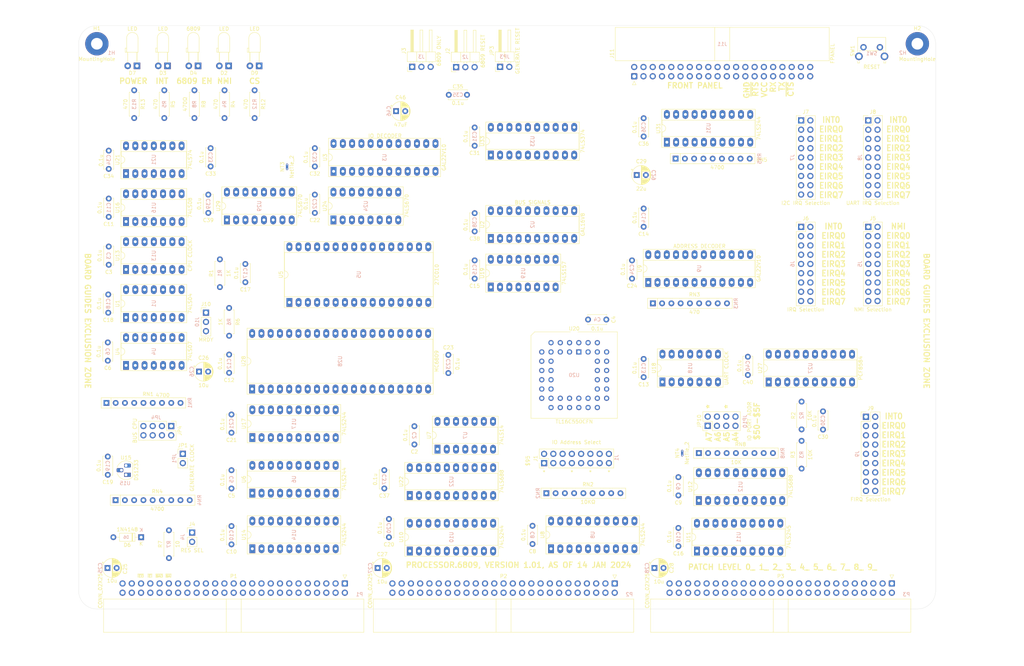
<source format=kicad_pcb>
(kicad_pcb (version 20211014) (generator pcbnew)
  (title_block (title "DUODYNE 6809 PROCESSOR") (date "2023-12-30") (rev "v1.00"))
  (layers (0 "F.Cu" signal) (31 "B.Cu" signal) (34 "B.Paste" user) (35 "F.Paste" user) (36 "B.SilkS" user "B.Silkscreen") (37 "F.SilkS" user "F.Silkscreen") (38 "B.Mask" user) (39 "F.Mask" user) (44 "Edge.Cuts" user))
  (net 0 "")
  (net 1 "GND")
  (net 2 "VCC")
  (net 3 "Net-(D2-Pad1)")
  (net 4 "Net-(D4-Pad2)")
  (net 5 "Net-(D6-Pad2)")
  (net 6 "6809RST")
  (net 7 "6809EN")
  (net 8 "Net-(D2-Pad2)")
  (net 9 "~{6809EN}")
  (net 10 "~{INT0}")
  (net 11 "~{TEND1}")
  (net 12 "~{TEND0}")
  (net 13 "~{DREQ1}")
  (net 14 "~{DREQ0}")
  (net 15 "Net-(D3-Pad1)")
  (net 16 "-12V")
  (net 17 "Net-(D3-Pad2)")
  (net 18 "~{BUSRQ}")
  (net 19 "/bus/CRUCLK")
  (net 20 "~{NMI}")
  (net 21 "CLK")
  (net 22 "~{M1}")
  (net 23 "~{MREQ}")
  (net 24 "~{IORQ}")
  (net 25 "~{WR}")
  (net 26 "~{RD}")
  (net 27 "A0")
  (net 28 "A1")
  (net 29 "A2")
  (net 30 "A3")
  (net 31 "A4")
  (net 32 "A5")
  (net 33 "A6")
  (net 34 "A7")
  (net 35 "A8")
  (net 36 "A9")
  (net 37 "A10")
  (net 38 "A11")
  (net 39 "A12")
  (net 40 "A13")
  (net 41 "A14")
  (net 42 "A15")
  (net 43 "+12V")
  (net 44 "D0")
  (net 45 "D1")
  (net 46 "D2")
  (net 47 "D3")
  (net 48 "D4")
  (net 49 "D5")
  (net 50 "D6")
  (net 51 "D7")
  (net 52 "~{6809ACTIVE}")
  (net 53 "Net-(D7-Pad2)")
  (net 54 "Net-(JP1-Pad1)")
  (net 55 "Net-(D9-Pad2)")
  (net 56 "Net-(JP4-Pad1)")
  (net 57 "ONE")
  (net 58 "ZERO")
  (net 59 "Net-(D9-Pad1)")
  (net 60 "Net-(JP4-Pad3)")
  (net 61 "Net-(JP4-Pad5)")
  (net 62 "Net-(JP4-Pad7)")
  (net 63 "~{CPU-WAIT}")
  (net 64 "Net-(J11-Pad19)")
  (net 65 "Net-(J11-Pad17)")
  (net 66 "Net-(J11-Pad15)")
  (net 67 "~{CPU-IORQ}")
  (net 68 "~{CPU-RESET}")
  (net 69 "CPU-R~{W}")
  (net 70 "CPU-A1")
  (net 71 "CPU-A0")
  (net 72 "/bus/A23")
  (net 73 "~{CPU-M1}")
  (net 74 "~{CPU-WR}")
  (net 75 "~{CPU-RD}")
  (net 76 "~{CPU-MREQ}")
  (net 77 "DATA-DIR")
  (net 78 "/bus/A22")
  (net 79 "~{FP-LATCH-RD}")
  (net 80 "FP-LATCH-WR")
  (net 81 "~{bNMI}")
  (net 82 "bCLK")
  (net 83 "/bus/~{RFSH}")
  (net 84 "~{EIRQ0}")
  (net 85 "~{EIRQ1}")
  (net 86 "/fpanel/FP-D7")
  (net 87 "/fpanel/FP-D6")
  (net 88 "/fpanel/FP-D5")
  (net 89 "/fpanel/FP-D4")
  (net 90 "/fpanel/FP-D3")
  (net 91 "/fpanel/FP-D2")
  (net 92 "/fpanel/FP-D1")
  (net 93 "/fpanel/FP-D0")
  (net 94 "CPU-A3")
  (net 95 "CPU-A4")
  (net 96 "CPU-A2")
  (net 97 "CPU-A5")
  (net 98 "CPU-A6")
  (net 99 "CPU-A7")
  (net 100 "~{EIRQ2}")
  (net 101 "CPU-A11")
  (net 102 "CPU-A12")
  (net 103 "CPU-A10")
  (net 104 "CPU-A13")
  (net 105 "CPU-A9")
  (net 106 "CPU-A14")
  (net 107 "CPU-A8")
  (net 108 "CPU-A15")
  (net 109 "~{CPU-NMI}")
  (net 110 "~{CPU-INT}")
  (net 111 "CPU-D1")
  (net 112 "CPU-D7")
  (net 113 "CPU-D6")
  (net 114 "CPU-D3")
  (net 115 "CPU-D0")
  (net 116 "CPU-D2")
  (net 117 "CPU-D5")
  (net 118 "CPU-D4")
  (net 119 "Net-(JP10-Pad8)")
  (net 120 "Net-(JP10-Pad6)")
  (net 121 "Net-(JP10-Pad4)")
  (net 122 "Net-(JP10-Pad2)")
  (net 123 "A16")
  (net 124 "A17")
  (net 125 "A18")
  (net 126 "A19")
  (net 127 "A20")
  (net 128 "A21")
  (net 129 "~{EIRQ3}")
  (net 130 "~{EIRQ4}")
  (net 131 "Net-(P1-Pad40)")
  (net 132 "~{EIRQ5}")
  (net 133 "~{EIRQ6}")
  (net 134 "Net-(P1-Pad44)")
  (net 135 "~{EIRQ7}")
  (net 136 "~{CPU-FIRQ}")
  (net 137 "Net-(J10-Pad1)")
  (net 138 "Net-(RN8-Pad6)")
  (net 139 "~{CS_IO}")
  (net 140 "~{bINT0}")
  (net 141 "mA14")
  (net 142 "mA15")
  (net 143 "mA16")
  (net 144 "UART-CLK")
  (net 145 "/bus/E")
  (net 146 "/bus/ST")
  (net 147 "/bus/PHI")
  (net 148 "/bus/~{INT2}")
  (net 149 "/bus/~{INT1}")
  (net 150 "~{RES_IN}")
  (net 151 "/bus/CRUOUT")
  (net 152 "/bus/CRUIN")
  (net 153 "~{RES_OUT}")
  (net 154 "/bus/USER8")
  (net 155 "/bus/USER7")
  (net 156 "/bus/USER6")
  (net 157 "/bus/USER5")
  (net 158 "/bus/USER4")
  (net 159 "/bus/USER3")
  (net 160 "/bus/USER2")
  (net 161 "/bus/USER1")
  (net 162 "/bus/USER0")
  (net 163 "~{ONBOARD_ROM}")
  (net 164 "I2C_SDA")
  (net 165 "/bus/A31")
  (net 166 "/bus/A30")
  (net 167 "/bus/A29")
  (net 168 "/bus/A28")
  (net 169 "/bus/A27")
  (net 170 "/bus/A26")
  (net 171 "/bus/A25")
  (net 172 "/bus/A24")
  (net 173 "~{OFFBOARD_MEM}")
  (net 174 "/bus/IC3")
  (net 175 "/bus/IC2")
  (net 176 "/bus/IC1")
  (net 177 "/bus/IC0")
  (net 178 "/bus/AUXCLK1")
  (net 179 "/bus/AUXCLK0")
  (net 180 "/bus/D15")
  (net 181 "/bus/D31")
  (net 182 "/bus/D14")
  (net 183 "/bus/D30")
  (net 184 "/bus/D13")
  (net 185 "/bus/D29")
  (net 186 "/bus/D12")
  (net 187 "/bus/D28")
  (net 188 "/bus/D11")
  (net 189 "/bus/D27")
  (net 190 "/bus/D10")
  (net 191 "/bus/D26")
  (net 192 "/bus/D9")
  (net 193 "/bus/D25")
  (net 194 "/bus/D8")
  (net 195 "/bus/D24")
  (net 196 "/bus/D23")
  (net 197 "/bus/D22")
  (net 198 "/bus/D21")
  (net 199 "/bus/D20")
  (net 200 "/bus/D19")
  (net 201 "/bus/D18")
  (net 202 "/bus/D17")
  (net 203 "/bus/D16")
  (net 204 "/bus/~{BUSERR}")
  (net 205 "/bus/UDS")
  (net 206 "/bus/~{VPA}")
  (net 207 "/bus/LDS")
  (net 208 "/bus/~{VMA}")
  (net 209 "/bus/S2")
  (net 210 "/bus/~{BHE}")
  (net 211 "/bus/S1")
  (net 212 "/bus/IPL2")
  (net 213 "/bus/S0")
  (net 214 "/bus/IPL1")
  (net 215 "/bus/AUXCLK3")
  (net 216 "/bus/IPL0")
  (net 217 "/bus/AUXCLK2")
  (net 218 "I2C_SCL")
  (net 225 "Net-(D4-Pad1)")
  (net 226 "mA17")
  (net 227 "mA18")
  (net 228 "mA19")
  (net 231 "Net-(J1-Pad2)")
  (net 232 "~{INT-I2C}")
  (net 233 "INT-I2C")
  (net 235 "~{CS_I2C_WR}")
  (net 242 "~{CS_I2C}")
  (net 244 "~{RTS}")
  (net 245 "RX")
  (net 246 "TX")
  (net 247 "~{CTS}")
  (net 248 "~{CS_UART}")
  (net 249 "~{EXT_RES}")
  (net 250 "Net-(J11-Pad5)")
  (net 251 "Net-(J11-Pad7)")
  (net 252 "Net-(J11-Pad9)")
  (net 253 "Net-(J11-Pad11)")
  (net 254 "Net-(J11-Pad13)")
  (net 255 "Net-(J1-Pad4)")
  (net 256 "Net-(J1-Pad6)")
  (net 257 "Net-(J1-Pad8)")
  (net 258 "mA20")
  (net 259 "mA21")
  (net 260 "~{CPU-HALT}")
  (net 261 "Net-(JP3-Pad1)")
  (net 262 "Net-(J7-Pad10)")
  (net 264 "/bus/~{BUSACK}")
  (net 265 "/bus/~{HALT}")
  (net 266 "IOPAGE")
  (net 267 "E")
  (net 269 "Net-(U21-Pad2)")
  (net 270 "Net-(U21-Pad12)")
  (net 271 "Net-(U21-Pad5)")
  (net 272 "Net-(J1-Pad10)")
  (net 273 "Net-(J1-Pad12)")
  (net 274 "Net-(J1-Pad14)")
  (net 275 "Net-(J1-Pad16)")
  (net 276 "UART_INT")
  (net 277 "Net-(U22-Pad19)")
  (net 278 "~{PAGE-EN}")
  (net 279 "~{ENABLEINT}")
  (net 280 "HIMEM")
  (net 281 "Net-(J8-Pad10)")
  (net 292 "SEL-A15")
  (net 293 "SEL-A14")
  (net 294 "Net-(U16-Pad10)")
  (net 301 "Net-(U1-Pad1)")
  (net 308 "Net-(U16-Pad12)")
  (net 309 "68TOGGLE")
  (net 310 "~{WAIT}")
  (net 325 "Net-(U20-Pad10)")
  (net 336 "Net-(U1-Pad8)")
  (net 337 "~{PAGE-WR}")
  (net 349 "Net-(U3-Pad13)")
  (net 361 "Net-(J10-Pad2)")
  (net 362 "Net-(R1-Pad1)")
  (footprint "Connector_IDC:IDC-Header_2x25_P2.54mm_Horizontal" (layer "F.Cu") (at 108 223 -90)
    (fp_text reference "P1")
    (fp_text value "CONN_02X25")
  )
  (footprint "Capacitor_THT:C_Disc_D5.0mm_W2.5mm_P5.00mm" (layer "F.Cu") (at 127.075 179.875 -90)
    (fp_text reference "C2")
    (fp_text value "0.1u")
  )
  (footprint "Capacitor_THT:C_Disc_D5.0mm_W2.5mm_P5.00mm" (layer "F.Cu") (at 43.255 130.605 -90)
    (fp_text reference "C3")
    (fp_text value "0.1u")
  )
  (footprint "Capacitor_THT:C_Disc_D5.0mm_W2.5mm_P5.00mm" (layer "F.Cu") (at 174.7 150.625)
    (fp_text reference "C4")
    (fp_text value "0.1u")
  )
  (footprint "Capacitor_THT:C_Disc_D5.0mm_W2.5mm_P5.00mm" (layer "F.Cu") (at 76.91 191.94 -90)
    (fp_text reference "C5")
    (fp_text value "0.1u")
  )
  (footprint "Capacitor_THT:C_Disc_D5.0mm_W2.5mm_P5.00mm" (layer "F.Cu") (at 43 156.9 -90)
    (fp_text reference "C6")
    (fp_text value "0.1u")
  )
  (footprint "Capacitor_THT:C_Disc_D5.0mm_W2.5mm_P5.00mm" (layer "F.Cu") (at 159.46 207.18 -90)
    (fp_text reference "C8")
    (fp_text value "0.1u")
  )
  (footprint "Capacitor_THT:C_Disc_D5.0mm_W2.5mm_P5.00mm" (layer "F.Cu") (at 199.465 193.845 -90)
    (fp_text reference "C9")
    (fp_text value "0.1u")
  )
  (footprint "Capacitor_THT:C_Disc_D5.0mm_W2.5mm_P5.00mm" (layer "F.Cu") (at 76.91 207.27 -90)
    (fp_text reference "C10")
    (fp_text value "0.1u")
  )
  (footprint "Capacitor_THT:C_Disc_D5.0mm_W2.5mm_P5.00mm" (layer "F.Cu") (at 43.255 117.4575 -90)
    (fp_text reference "C11")
    (fp_text value "0.1u")
  )
  (footprint "Capacitor_THT:C_Disc_D5.0mm_W2.5mm_P5.00mm" (layer "F.Cu") (at 189.94 120.185 -90)
    (fp_text reference "C14")
    (fp_text value "0.1u")
  )
  (footprint "Capacitor_THT:C_Disc_D5.0mm_W2.5mm_P5.00mm" (layer "F.Cu") (at 143.6 134.4 -90)
    (fp_text reference "C15")
    (fp_text value "0.1u")
  )
  (footprint "Capacitor_THT:CP_Radial_D5.0mm_P2.50mm" (layer "F.Cu") (at 42.9296 218.75)
    (fp_text reference "C25")
    (fp_text value "10u")
  )
  (footprint "Capacitor_THT:CP_Radial_D5.0mm_P2.50mm" (layer "F.Cu") (at 68.0199 164.9)
    (fp_text reference "C26")
    (fp_text value "10u")
  )
  (footprint "Capacitor_THT:C_Disc_D5.0mm_W2.5mm_P5.00mm" (layer "F.Cu") (at 80.72 135.39 -90)
    (fp_text reference "C17")
    (fp_text value "0.1u")
  )
  (footprint "Capacitor_THT:C_Disc_D5.0mm_W2.5mm_P5.00mm" (layer "F.Cu") (at 120.09 205.315 -90)
    (fp_text reference "C20")
    (fp_text value "0.1u")
  )
  (footprint "Capacitor_THT:C_Disc_D5.0mm_W2.5mm_P5.00mm" (layer "F.Cu") (at 76.91 176.66 -90)
    (fp_text reference "C21")
    (fp_text value "0.1u")
  )
  (footprint "Capacitor_THT:C_Disc_D5.0mm_W2.5mm_P5.00mm" (layer "F.Cu") (at 99.77 116.375 -90)
    (fp_text reference "C22")
    (fp_text value "0.1u")
  )
  (footprint "Capacitor_THT:C_Disc_D5.0mm_W2.5mm_P5.00mm" (layer "F.Cu") (at 136.385 165.31 90)
    (fp_text reference "C23")
    (fp_text value "0.1u")
  )
  (footprint "Capacitor_THT:CP_Radial_D5.0mm_P2.50mm" (layer "F.Cu") (at 117 218.75)
    (fp_text reference "C27")
    (fp_text value "10u")
  )
  (footprint "Capacitor_THT:CP_Radial_D5.0mm_P2.50mm" (layer "F.Cu") (at 192.8847 218.75)
    (fp_text reference "C28")
    (fp_text value "10u")
  )
  (footprint "Capacitor_THT:CP_Radial_D5.0mm_P2.50mm" (layer "F.Cu") (at 188.0449 111)
    (fp_text reference "C29")
    (fp_text value "22u")
  )
  (footprint "LED_THT:LED_D3.0mm_Horizontal_O3.81mm_Z2.0mm" (layer "F.Cu") (at 67.755 81.065 180)
    (fp_text reference "D4")
    (fp_text value "6809")
  )
  (footprint "Diode_THT:D_DO-35_SOD27_P7.62mm_Horizontal" (layer "F.Cu") (at 52.145 210.315 180)
    (fp_text reference "D6")
    (fp_text value "1N4148")
  )
  (footprint "LED_THT:LED_D3.0mm_Horizontal_O3.81mm_Z2.0mm" (layer "F.Cu") (at 76.1325 81.065 180)
    (fp_text reference "D2")
    (fp_text value "LED")
  )
  (footprint "Resistor_THT:R_Axial_DIN0207_L6.3mm_D2.5mm_P7.62mm_Horizontal" (layer "F.Cu") (at 58.495 87.76 -90)
    (fp_text reference "R5")
    (fp_text value "470")
  )
  (footprint "Resistor_THT:R_Axial_DIN0207_L6.3mm_D2.5mm_P7.62mm_Horizontal" (layer "F.Cu") (at 76.275 147.45 -90)
    (fp_text reference "R6")
    (fp_text value "1K")
  )
  (footprint "Package_DIP:DIP-14_W7.62mm_Socket_LongPads" (layer "F.Cu") (at 48 163.2 90)
    (fp_text reference "U4")
    (fp_text value "74LS07")
  )
  (footprint "Package_DIP:DIP-32_W15.24mm_Socket_LongPads" (layer "F.Cu") (at 92.785 145.925 90)
    (fp_text reference "U5")
    (fp_text value "27C010")
  )
  (footprint "Package_DIP:DIP-20_W7.62mm_Socket_LongPads" (layer "F.Cu") (at 82.63 198.24 90)
    (fp_text reference "U6")
    (fp_text value "74LS244")
  )
  (footprint "Package_DIP:DIP-20_W7.62mm_Socket_LongPads" (layer "F.Cu") (at 164.54 213.48 90)
    (fp_text reference "U8")
    (fp_text value "74LS244")
  )
  (footprint "Package_TO_SOT_THT:TO-92L_HandSolder" (layer "F.Cu") (at 48 193.2 90)
    (fp_text reference "U15")
    (fp_text value "DS1233")
  )
  (footprint "Package_DIP:DIP-14_W7.62mm_Socket_LongPads" (layer "F.Cu") (at 48 150.0525 90)
    (fp_text reference "U1")
    (fp_text value "74LS04")
  )
  (footprint "Connector_IDC:IDC-Header_2x25_P2.54mm_Horizontal" (layer "F.Cu") (at 182 223 -90)
    (fp_text reference "P2")
    (fp_text value "CONN_02X25")
  )
  (footprint "MountingHole:MountingHole_3.2mm_M3_Pad" (layer "F.Cu") (at 265 75)
    (fp_text reference "H2")
    (fp_text value "MountingHole")
  )
  (footprint "Resistor_THT:R_Array_SIP9" (layer "F.Cu") (at 42.62 173.485)
    (fp_text reference "RN1")
    (fp_text value "4700")
  )
  (footprint "Package_DIP:DIP-20_W7.62mm_Socket_LongPads" (layer "F.Cu") (at 204.55 214.115 90)
    (fp_text reference "U11")
    (fp_text value "74LS245")
  )
  (footprint "Capacitor_THT:C_Disc_D5.0mm_W2.5mm_P5.00mm" (layer "F.Cu") (at 43 188.2 -90)
    (fp_text reference "C19")
    (fp_text value "0.1u")
  )
  (footprint "Capacitor_THT:C_Disc_D5.0mm_W2.5mm_P5.00mm" (layer "F.Cu") (at 43.125 143.7525 -90)
    (fp_text reference "C18")
    (fp_text value "0.1u")
  )
  (footprint "Capacitor_THT:C_Disc_D5.0mm_W2.5mm_P5.00mm" (layer "F.Cu") (at 76.275 160.23 -90)
    (fp_text reference "C12")
    (fp_text value "0.1u")
  )
  (footprint "Capacitor_THT:C_Disc_D5.0mm_W2.5mm_P5.00mm" (layer "F.Cu") (at 199.465 207.775 -90)
    (fp_text reference "C16")
    (fp_text value "0.1u")
  )
  (footprint "Package_DIP:DIP-24_W7.62mm_Socket_LongPads" (layer "F.Cu") (at 104.915 109.985 90)
    (fp_text reference "U3")
    (fp_text value "GAL22V10")
  )
  (footprint "MountingHole:MountingHole_3.2mm_M3_Pad" (layer "F.Cu") (at 40 75)
    (fp_text reference "H1")
    (fp_text value "MountingHole")
  )
  (footprint "LED_THT:LED_D3.0mm_Horizontal_O3.81mm_Z2.0mm" (layer "F.Cu") (at 51 81.065 180)
    (fp_text reference "D7")
    (fp_text value "LED")
  )
  (footprint "Connector_IDC:IDC-Header_2x25_P2.54mm_Horizontal" (layer "F.Cu") (at 258 223 -90)
    (fp_text reference "P3")
    (fp_text value "CONN_02X25")
  )
  (footprint "Package_DIP:DIP-14_W7.62mm_Socket_LongPads" (layer "F.Cu") (at 48 136.905 90)
    (fp_text reference "U13")
    (fp_text value "CPU CLOCK")
  )
  (footprint "Capacitor_THT:C_Disc_D5.0mm_W2.5mm_P5.00mm" (layer "F.Cu") (at 189.94 95.42 -90)
    (fp_text reference "C36")
    (fp_text value "0.1u")
  )
  (footprint "Capacitor_THT:C_Disc_D5.0mm_W2.5mm_P5.00mm" (layer "F.Cu") (at 143.6 121.455 -90)
    (fp_text reference "C38")
    (fp_text value "0.1u")
  )
  (footprint "Capacitor_THT:CP_Radial_D5.0mm_P2.50mm" (layer "F.Cu") (at 122.0599 93.475)
    (fp_text reference "C46")
    (fp_text value "47uF")
  )
  (footprint "Package_DIP:DIP-16_W7.62mm_Socket_LongPads" (layer "F.Cu") (at 148.02 141.725 90)
    (fp_text reference "U19")
    (fp_text value "74LS157")
  )
  (footprint "Package_DIP:DIP-14_W7.62mm_Socket_LongPads" (layer "F.Cu") (at 133.41 186.175 90)
    (fp_text reference "U7")
    (fp_text value "74LS14")
  )
  (footprint "LED_THT:LED_D3.0mm_Horizontal_O3.81mm_Z2.0mm" (layer "F.Cu") (at 84.51 81.065 180)
    (fp_text reference "D9")
    (fp_text value "LED")
  )
  (footprint "Resistor_THT:R_Array_SIP9" (layer "F.Cu") (at 45.145 200.155)
    (fp_text reference "RN4")
    (fp_text value "4700")
  )
  (footprint "Connector_IDC:IDC-Header_2x20_P2.54mm_Horizontal" (layer "F.Cu") (at 187.35 83.9175 90)
    (fp_text reference "J11")
    (fp_text value "FPANEL")
  )
  (footprint "Resistor_THT:R_Array_SIP9" (layer "F.Cu") (at 198.705 106.5)
    (fp_text reference "RN5")
    (fp_text value "4700")
  )
  (footprint "Package_DIP:DIP-20_W7.62mm_Socket_LongPads" (layer "F.Cu") (at 196.305 102 90)
    (fp_text reference "U31")
    (fp_text value "74LS244")
  )
  (footprint "Package_DIP:DIP-20_W7.62mm_Socket_LongPads" (layer "F.Cu") (at 148.035 105.53 90)
    (fp_text reference "U33")
    (fp_text value "74LS374")
  )
  (footprint "Package_LCC:PLCC-44_THT-Socket" (layer "F.Cu") (at 172.16 159.515)
    (fp_text reference "U20")
    (fp_text value "TL16C550CFN")
  )
  (footprint "Capacitor_THT:C_Disc_D5.0mm_W2.5mm_P5.00mm" (layer "F.Cu") (at 118.82 191.94 -90)
    (fp_text reference "C37")
    (fp_text value "0.1u")
  )
  (footprint "Connector_PinHeader_2.54mm:PinHeader_2x04_P2.54mm_Vertical" (layer "F.Cu") (at 207.5 179.775 90)
    (fp_text reference "JP10")
    (fp_text value "IO PORT ADDR")
  )
  (footprint "Resistor_THT:R_Array_SIP9" (layer "F.Cu") (at 205.075 187.25)
    (fp_text reference "RN8")
    (fp_text value "10K")
  )
  (footprint "Package_DIP:DIP-24_W7.62mm_Socket_LongPads" (layer "F.Cu") (at 191.205 140.455 90)
    (fp_text reference "U9")
    (fp_text value "GAL22V10")
  )
  (footprint "Package_DIP:DIP-20_W7.62mm_Socket_LongPads" (layer "F.Cu") (at 125.81 214.115 90)
    (fp_text reference "U10")
    (fp_text value "74LS244")
  )
  (footprint "Package_DIP:DIP-20_W7.62mm_Socket_LongPads" (layer "F.Cu") (at 205.075 200.25 90)
    (fp_text reference "U12")
    (fp_text value "74LS688")
  )
  (footprint "Capacitor_THT:C_Disc_D5.0mm_W2.5mm_P5.00mm" (layer "F.Cu") (at 239.125 175.8 -90)
    (fp_text reference "C30")
    (fp_text value "0.1u")
  )
  (footprint "Capacitor_THT:C_Disc_D5.0mm_W2.5mm_P5.00mm" (layer "F.Cu") (at 143.6 97.96 -90)
    (fp_text reference "C31")
    (fp_text value "0.1u")
  )
  (footprint "Capacitor_THT:C_Disc_D5.0mm_W2.5mm_P5.00mm" (layer "F.Cu") (at 99.77 103.635 -90)
    (fp_text reference "C32")
    (fp_text value "0.1u")
  )
  (footprint "Capacitor_THT:C_Disc_D5.0mm_W2.5mm_P5.00mm" (layer "F.Cu") (at 71.195 103.635 -90)
    (fp_text reference "C33")
    (fp_text value "0.1u")
  )
  (footprint "Capacitor_THT:C_Disc_D5.0mm_W2.5mm_P5.00mm" (layer "F.Cu") (at 43.255 104.31 -90)
    (fp_text reference "C34")
    (fp_text value "0.1u")
  )
  (footprint "Capacitor_THT:C_Disc_D5.0mm_W2.5mm_P5.00mm" (layer "F.Cu") (at 136.5 89)
    (fp_text reference "C35")
    (fp_text value "0.1u")
  )
  (footprint "Package_DIP:DIP-20_W7.62mm_Socket_LongPads" (layer "F.Cu") (at 82.63 213.48 90)
    (fp_text reference "U14")
    (fp_text value "74LS244")
  )
  (footprint "Package_DIP:DIP-20_W7.62mm_Socket_LongPads" (layer "F.Cu") (at 148.035 128.39 90)
    (fp_text reference "U2")
    (fp_text value "GAL16V8")
  )
  (footprint "LED_THT:LED_D3.0mm_Horizontal_O3.81mm_Z2.0mm" (layer "F.Cu") (at 59.3775 81.065 180)
    (fp_text reference "D3")
    (fp_text value "LED")
  )
  (footprint "Resistor_THT:R_Axial_DIN0207_L6.3mm_D2.5mm_P7.62mm_Horizontal" (layer "F.Cu") (at 75.005 87.76 -90)
    (fp_text reference "R4")
    (fp_text value "470")
  )
  (footprint "Button_Switch_THT:SW_Tactile_SPST_Angled_PTS645Vx58-2LFS" (layer "F.Cu") (at 250.225 75.9625)
    (fp_text reference "SW1")
    (fp_text value "RESET")
  )
  (footprint "Capacitor_THT:C_Disc_D5.0mm_W2.5mm_P5.00mm" (layer "F.Cu") (at 70.56 116.375 -90)
    (fp_text reference "C39")
    (fp_text value "0.1u")
  )
  (footprint "Package_DIP:DIP-14_W7.62mm_Socket_LongPads" (layer "F.Cu") (at 195.08 167.735 90)
    (fp_text reference "U18")
    (fp_text value "UART CLOCK")
  )
  (footprint "Capacitor_THT:C_Disc_D5.0mm_W2.5mm_P5.00mm" (layer "F.Cu") (at 189.94 161.42 -90)
    (fp_text reference "C13")
    (fp_text value "0.1u")
  )
  (footprint "Capacitor_THT:C_Disc_D5.0mm_W2.5mm_P5.00mm" (layer "F.Cu") (at 186.75 134.4 -90)
    (fp_text reference "C24")
    (fp_text value "0.1u")
  )
  (footprint "Resistor_THT:R_Axial_DIN0207_L6.3mm_D2.5mm_P7.62mm_Horizontal" (layer "F.Cu") (at 66.75 95.38 90)
    (fp_text reference "R8")
    (fp_text value "470Ω")
  )
  (footprint "Connector_PinHeader_2.54mm:PinHeader_1x02_P2.54mm_Horizontal" (layer "F.Cu") (at 150.565 81.34 90)
    (fp_text reference "JP3")
    (fp_text value "GENERATE RESET")
  )
  (footprint "Package_DIP:DIP-20_W7.62mm_Socket_LongPads" (layer "F.Cu") (at 125.81 198.875 90)
    (fp_text reference "U22")
    (fp_text value "74LS688")
  )
  (footprint "Resistor_THT:R_Axial_DIN0207_L6.3mm_D2.5mm_P7.62mm_Horizontal" (layer "F.Cu") (at 83.26 87.76 -90)
    (fp_text reference "R12")
    (fp_text value "470")
  )
  (footprint "Connector_PinHeader_2.54mm:PinHeader_2x09_P2.54mm_Vertical" (layer "F.Cu") (at 250.9 177.295)
    (fp_text reference "J9")
    (fp_text value "FIRQ Selection")
  )
  (footprint "Connector_PinHeader_2.54mm:PinHeader_1x02_P2.54mm_Vertical" (layer "F.Cu") (at 63.575 187.455)
    (fp_text reference "JP1")
    (fp_text value "GENERATE CLOCK")
  )
  (footprint "Connector_PinHeader_2.54mm:PinHeader_2x09_P2.54mm_Vertical" (layer "F.Cu") (at 233.115 96.025)
    (fp_text reference "J7")
    (fp_text value "I2C IRQ Selection")
  )
  (footprint "Connector_PinHeader_2.54mm:PinHeader_1x03_P2.54mm_Vertical" (layer "F.Cu") (at 69.925 148.735)
    (fp_text reference "J10")
    (fp_text value "MRDY")
  )
  (footprint "Resistor_THT:R_Axial_DIN0207_L6.3mm_D2.5mm_P7.62mm_Horizontal" (layer "F.Cu") (at 233.25 191.5 90)
    (fp_text reference "R3")
    (fp_text value "10K")
  )
  (footprint "NetTie:NetTie-2_THT_Pad0.3mm" (layer "F.Cu") (at 200.5 187.85 90)
    (fp_text reference "NT4")
    (fp_text value "NetTie_2")
  )
  (footprint "Connector_PinHeader_2.54mm:PinHeader_1x03_P2.54mm_Horizontal" (layer "F.Cu") (at 126.455 81.34 90)
    (fp_text reference "J3")
    (fp_text value "6809 ONLY")
  )
  (footprint "Package_DIP:DIP-20_W7.62mm_Socket_LongPads" (layer "F.Cu") (at 82.63 183 90)
    (fp_text reference "U17")
    (fp_text value "74LS244")
  )
  (footprint "NetTie:NetTie-2_THT_Pad0.3mm" (layer "F.Cu") (at 92.15 109.35 90)
    (fp_text reference "NT3")
    (fp_text value "NetTie_2")
  )
  (footprint "Connector_PinHeader_2.54mm:PinHeader_2x08_P2.54mm_Vertical" (layer "F.Cu") (at 162.635 189.995 90)
    (fp_text reference "J1")
    (fp_text value "IO Address Select")
  )
  (footprint "Connector_PinHeader_2.54mm:PinHeader_2x04_P2.54mm_Vertical" (layer "F.Cu") (at 60.39 179.83 -90)
    (fp_text reference "JP4")
    (fp_text value "BUS CPU")
  )
  (footprint "Package_DIP:DIP-20_W7.62mm_Socket_LongPads" (layer "F.Cu") (at 224.235 167.76 90)
    (fp_text reference "U27")
    (fp_text value "PCF8584")
  )
  (footprint "Capacitor_THT:C_Disc_D5.0mm_W2.5mm_P5.00mm" (layer "F.Cu") (at 218.515 160.825 -90)
    (fp_text reference "C40")
    (fp_text value "0.1u")
  )
  (footprint "Package_DIP:DIP-16_W7.62mm_Socket_LongPads" (layer "F.Cu") (at 75.655 123.31 90)
    (fp_text reference "U29")
    (fp_text value "74LS670")
  )
  (footprint "Connector_PinHeader_2.54mm:PinHeader_2x09_P2.54mm_Vertical" (layer "F.Cu") (at 251.535 96.025)
    (fp_text reference "J8")
    (fp_text value "UART IRQ Selection")
  )
  (footprint "Resistor_THT:R_Axial_DIN0207_L6.3mm_D2.5mm_P7.62mm_Horizontal" (layer "F.Cu") (at 59.765 216.03 90)
    (fp_text reference "R7")
    (fp_text value "10")
  )
  (footprint "Package_DIP:DIP-40_W15.24mm_Socket_LongPads" (layer "F.Cu") (at 82.58 169.68 90)
    (fp_text reference "U28")
    (fp_text value "MC6809")
  )
  (footprint "Connector_PinHeader_2.54mm:PinHeader_2x09_P2.54mm_Vertical" (layer "F.Cu") (at 251.535 125.225)
    (fp_text reference "J5")
    (fp_text value "NMI Selection")
  )
  (footprint "Connector_PinHeader_2.54mm:PinHeader_1x02_P2.54mm_Vertical" (layer "F.Cu") (at 66.115 209.04)
    (fp_text reference "J4")
    (fp_text value "RES SEL")
  )
  (footprint "Resistor_THT:R_Axial_DIN0207_L6.3mm_D2.5mm_P7.62mm_Horizontal" (layer "F.Cu") (at 50.24 87.76 -90)
    (fp_text reference "R13")
    (fp_text value "470")
  )
  (footprint "Resistor_THT:R_Array_SIP9" (layer "F.Cu") (at 163.255 198.25)
    (fp_text reference "RN2")
    (fp_text value "10KΩ")
  )
  (footprint "Resistor_THT:R_Axial_DIN0207_L6.3mm_D2.5mm_P7.62mm_Horizontal" (layer "F.Cu") (at 233.25 180.75 90)
    (fp_text reference "R2")
    (fp_text value "10K")
  )
  (footprint "Package_DIP:DIP-16_W7.62mm_Socket_LongPads" (layer "F.Cu") (at 104.865 123.31 90)
    (fp_text reference "U24")
    (fp_text value "74LS670")
  )
  (footprint "Resistor_THT:R_Axial_DIN0207_L6.3mm_D2.5mm_P7.62mm_Horizontal" (layer "F.Cu") (at 73.735 141.735 90)
    (fp_text reference "R1")
    (fp_text value "1K")
  )
  (footprint "Connector_PinHeader_2.54mm:PinHeader_2x09_P2.54mm_Vertical" (layer "F.Cu") (at 233.115 125.225)
    (fp_text reference "J6")
    (fp_text value "IRQ Selection")
  )
  (footprint "Resistor_THT:R_Array_SIP9" (layer "F.Cu") (at 192.465 146.18)
    (fp_text reference "RN3")
    (fp_text value "470")
  )
  (footprint "Package_DIP:DIP-14_W7.62mm_Socket_LongPads" (layer "F.Cu") (at 48 123.7575 90)
    (fp_text reference "U16")
    (fp_text value "74LS08")
  )
  (footprint "Package_DIP:DIP-14_W7.62mm_Socket_LongPads" (layer "F.Cu") (at 48 110.61 90)
    (fp_text reference "U21")
    (fp_text value "74LS74")
  )
  (footprint "Connector_PinHeader_2.54mm:PinHeader_1x03_P2.54mm_Horizontal" (layer "F.Cu") (at 138.505 81.41 90)
    (fp_text reference "J2")
    (fp_text value "6809 RESET")
  )
  (gr_line (start 35 75) (end 35 225) (layer "Edge.Cuts") (width 0.05))
  (gr_line (start 40 230) (end 265 230) (layer "Edge.Cuts") (width 0.05))
  (gr_line (start 270 225) (end 270 75) (layer "Edge.Cuts") (width 0.05))
  (gr_line (start 265 70) (end 40 70) (layer "Edge.Cuts") (width 0.05))
  (gr_arc (start 270 225) (mid 268.535534 228.535534) (end 265 230) (layer "Edge.Cuts") (width 0.05))
  (gr_arc (start 40 230) (mid 36.464466 228.535534) (end 35 225) (layer "Edge.Cuts") (width 0.05))
  (gr_arc (start 35 75) (mid 36.464466 71.464466) (end 40 70) (layer "Edge.Cuts") (width 0.05))
  (gr_arc (start 265 70) (mid 268.535534 71.464466) (end 270 75) (layer "Edge.Cuts") (width 0.05))
  (gr_text "BOARD GUIDES EXCLUSION ZONE" (at 37.5 151 -90) (layer "F.SilkS") (effects (font (size 1.5 1.5) (thickness 0.3))))
  (gr_text "CS" (at 83.26 85.22) (layer "F.SilkS") (effects (font (size 1.5 1.5) (thickness 0.3))))
  (gr_text "A7\nA6\nA5\nA4" (at 211.5 182.75 90) (layer "F.SilkS") (effects (font (size 1.5 1.5) (thickness 0.3))))
  (gr_text "~{IEI}" (at 54.558 221) (layer "F.SilkS") (effects (font (size 0.7 0.7) (thickness 0.175))))
  (gr_text "~{BAO}" (at 57.098 221) (layer "F.SilkS") (effects (font (size 0.7 0.7) (thickness 0.175))))
  (gr_text "~{BAI}" (at 59.638 221) (layer "F.SilkS") (effects (font (size 0.7 0.7) (thickness 0.175))))
  (gr_text "INT0\nEIRQ0\nEIRQ1\nEIRQ2\nEIRQ3\nEIRQ4\nEIRQ5\nEIRQ6\nEIRQ7" (at 242.01 135.385) (layer "F.SilkS") (effects (font (size 1.6 1.5) (thickness 0.3))))
  (gr_text "POWER" (at 50 85.22) (layer "F.SilkS") (effects (font (size 1.5 1.5) (thickness 0.3))))
  (gr_text "BOARD GUIDES EXCLUSION ZONE" (at 267.5 151 -90) (layer "F.SilkS") (effects (font (size 1.5 1.5) (thickness 0.3))))
  (gr_text "BUS SIGNALS" (at 159.5 118.5) (layer "F.SilkS") (effects (font (size 1 1))))
  (gr_text "*" (at 180.415 192.535) (layer "F.SilkS") (effects (font (size 1 1))))
  (gr_text "~{IEO}" (at 52 221) (layer "F.SilkS") (effects (font (size 0.7 0.7) (thickness 0.175))))
  (gr_text "*" (at 170.255 192.535) (layer "F.SilkS") (effects (font (size 1 1))))
  (gr_text "GND\n~{RTS}\nVCC\nRX\nTX\n~{CTS}" (at 224.23 85.22 90) (layer "F.SilkS") (effects (font (size 1.5 1.5) (thickness 0.3)) (justify right)))
  (gr_text "PROCESSOR.6809, VERSION 1.01, AS OF 14 JAN 2024" (at 155.65 217.935) (layer "F.SilkS") (effects (font (size 1.5 1.5) (thickness 0.3))))
  (gr_text "INT" (at 57.86 85.22) (layer "F.SilkS") (effects (font (size 1.5 1.5) (thickness 0.3))))
  (gr_text "INT0\nEIRQ0\nEIRQ1\nEIRQ2\nEIRQ3\nEIRQ4\nEIRQ5\nEIRQ6\nEIRQ7" (at 241.375 106.175) (layer "F.SilkS") (effects (font (size 1.6 1.5) (thickness 0.3))))
  (gr_text "6809 EN" (at 66.75 85.22) (layer "F.SilkS") (effects (font (size 1.5 1.5) (thickness 0.3))))
  (gr_text "NMI\nEIRQ0\nEIRQ1\nEIRQ2\nEIRQ3\nEIRQ4\nEIRQ5\nEIRQ6\nEIRQ7" (at 259.79 135.385) (layer "F.SilkS") (effects (font (size 1.6 1.5) (thickness 0.3))))
  (gr_text "INT0\nEIRQ0\nEIRQ1\nEIRQ2\nEIRQ3\nEIRQ4\nEIRQ5\nEIRQ6\nEIRQ7" (at 258.52 187.455) (layer "F.SilkS") (effects (font (size 1.6 1.5) (thickness 0.3))))
  (gr_text "*" (at 162.635 192.535) (layer "F.SilkS") (effects (font (size 1 1))))
  (gr_text "$50-$5F" (at 221 178.5 90) (layer "F.SilkS") (effects (font (size 1.5 1.5) (thickness 0.3))))
  (gr_text "*" (at 208 174.489277 90) (layer "F.SilkS") (effects (font (size 1.5 1.5) (thickness 0.3))))
  (gr_text "NMI" (at 75.005 85.22) (layer "F.SilkS") (effects (font (size 1.5 1.5) (thickness 0.3))))
  (gr_text "$95" (at 158.19 189.36 90) (layer "F.SilkS") (effects (font (size 1 1))))
  (gr_text "FRONT PANEL" (at 203.98 86.47) (layer "F.SilkS") (effects (font (size 1.5 1.5) (thickness 0.3))))
  (gr_text "PATCH LEVEL 0_ 1_ 2_ 3_ 4_ 5_ 6_ 7_ 8_ 9_" (at 228 218.5) (layer "F.SilkS") (effects (font (size 1.5 1.5) (thickness 0.3))))
  (gr_text "*" (at 175.335 192.535) (layer "F.SilkS") (effects (font (size 1 1))))
  (gr_text "INT0\nEIRQ0\nEIRQ1\nEIRQ2\nEIRQ3\nEIRQ4\nEIRQ5\nEIRQ6\nEIRQ7" (at 259.79 106.175) (layer "F.SilkS") (effects (font (size 1.6 1.5) (thickness 0.3))))
  (gr_text "ADDRESS DECODER" (at 205.25 130.5) (layer "F.SilkS") (effects (font (size 1 1))))
  (gr_text "IO DECODER" (at 119 100.25) (layer "F.SilkS") (effects (font (size 1 1))))
  (gr_text "*" (at 213 174.5 90) (layer "F.SilkS") (effects (font (size 1.5 1.5) (thickness 0.3))))
)
</source>
